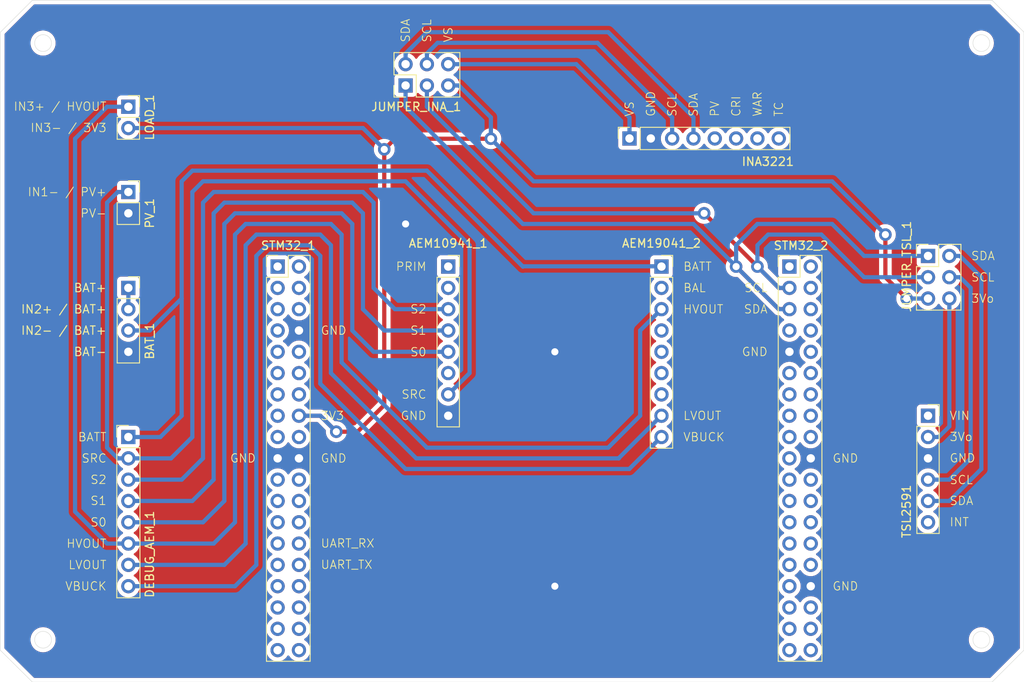
<source format=kicad_pcb>
(kicad_pcb (version 20241229) (generator "pcbnew") (generator_version "9.0")
  (layers (0 "F.Cu" signal) (2 "B.Cu" signal) (13 "F.Paste" user) (15 "B.Paste" user) (5 "F.SilkS" user "F.Silkscreen") (7 "B.SilkS" user "B.Silkscreen") (1 "F.Mask" user) (3 "B.Mask" user) (25 "Edge.Cuts" user))
  (net 0 "")
  (net 4 "/S0")
  (net 5 "/S1")
  (net 6 "/S2")
  (net 18 "/SRC")
  (net 19 "/BATT")
  (net 20 "/BAT+")
  (net 21 "/3V3_INA")
  (net 22 "/SDA_INA")
  (net 23 "/SCL_INA")
  (net 24 "/3V3_TSL")
  (net 25 "/SDA_TSL")
  (net 26 "/SCL_TSL")
  (net 27 "/HVOUT")
  (net 28 "/VBUCK")
  (net 29 "/LVOUT")
  (net 30 "/GND")
  (net 31 "/3V3")
  (net 32 "/SDA")
  (net 33 "/SCL")
  (footprint "Connector_PinSocket_2.54mm:PinSocket_1x04_P2.54mm_Vertical" (layer "F.Cu") (at 39.37 55.88)
    (property "Reference" "BAT_1" (at 2.54 6.35 90) (layer "F.SilkS"))
    (property "Value" "Conn_01x04_Socket")
    (fp_line (start -1.33 1.27) (end -1.33 8.95) (stroke (width 0.12)) (layer "F.SilkS"))
    (fp_line (start -1.33 1.27) (end 1.33 1.27) (stroke (width 0.12)) (layer "F.SilkS"))
    (fp_line (start -1.33 8.95) (end 1.33 8.95) (stroke (width 0.12)) (layer "F.SilkS"))
    (fp_line (start 0 -1.33) (end 1.33 -1.33) (stroke (width 0.12)) (layer "F.SilkS"))
    (fp_line (start 1.33 -1.33) (end 1.33 0) (stroke (width 0.12)) (layer "F.SilkS"))
    (fp_line (start 1.33 1.27) (end 1.33 8.95) (stroke (width 0.12)) (layer "F.SilkS"))
    (pad "1" thru_hole rect (at 0 0) (size 1.7 1.7) (drill 1) (layers "*.Cu" "*.Mask") (net 20 "/BAT+"))
    (pad "2" thru_hole circle (at 0 2.54) (size 1.7 1.7) (drill 1) (layers "*.Cu" "*.Mask") (net 20 "/BAT+"))
    (pad "3" thru_hole circle (at 0 5.08) (size 1.7 1.7) (drill 1) (layers "*.Cu" "*.Mask") (net 19 "/BATT"))
    (pad "4" thru_hole circle (at 0 7.62) (size 1.7 1.7) (drill 1) (layers "*.Cu" "*.Mask") (net 30 "/GND"))
  )
  (footprint "Connector_PinSocket_2.54mm:PinSocket_1x02_P2.54mm_Vertical" (layer "F.Cu") (at 39.37 44.45)
    (property "Reference" "PV_1" (at 2.54 2.54 270) (layer "F.SilkS"))
    (property "Value" "Conn_01x02_Socket")
    (fp_line (start -1.33 1.27) (end -1.33 3.87) (stroke (width 0.12)) (layer "F.SilkS"))
    (fp_line (start -1.33 1.27) (end 1.33 1.27) (stroke (width 0.12)) (layer "F.SilkS"))
    (fp_line (start -1.33 3.87) (end 1.33 3.87) (stroke (width 0.12)) (layer "F.SilkS"))
    (fp_line (start 0 -1.33) (end 1.33 -1.33) (stroke (width 0.12)) (layer "F.SilkS"))
    (fp_line (start 1.33 -1.33) (end 1.33 0) (stroke (width 0.12)) (layer "F.SilkS"))
    (fp_line (start 1.33 1.27) (end 1.33 3.87) (stroke (width 0.12)) (layer "F.SilkS"))
    (pad "1" thru_hole rect (at 0 0) (size 1.7 1.7) (drill 1) (layers "*.Cu" "*.Mask") (net 18 "/SRC"))
    (pad "2" thru_hole circle (at 0 2.54) (size 1.7 1.7) (drill 1) (layers "*.Cu" "*.Mask") (net 30 "/GND"))
  )
  (footprint "Connector_PinHeader_2.54mm:PinHeader_1x08_P2.54mm_Vertical" (layer "F.Cu") (at 39.37 73.66)
    (property "Reference" "DEBUG_AEM_1" (at 2.54 13.97 90) (layer "F.SilkS"))
    (property "Value" "Conn_01x08_Socket")
    (fp_line (start -1.38 -1.38) (end 0 -1.38) (stroke (width 0.12)) (layer "F.SilkS"))
    (fp_line (start -1.38 0) (end -1.38 -1.38) (stroke (width 0.12)) (layer "F.SilkS"))
    (fp_line (start -1.38 1.27) (end -1.38 19.16) (stroke (width 0.12)) (layer "F.SilkS"))
    (fp_line (start -1.38 1.27) (end 1.38 1.27) (stroke (width 0.12)) (layer "F.SilkS"))
    (fp_line (start -1.38 19.16) (end 1.38 19.16) (stroke (width 0.12)) (layer "F.SilkS"))
    (fp_line (start 1.38 1.27) (end 1.38 19.16) (stroke (width 0.12)) (layer "F.SilkS"))
    (pad "1" thru_hole rect (at 0 0) (size 1.7 1.7) (drill 1) (layers "*.Cu" "*.Mask") (net 19 "/BATT"))
    (pad "2" thru_hole circle (at 0 2.54) (size 1.7 1.7) (drill 1) (layers "*.Cu" "*.Mask") (net 18 "/SRC"))
    (pad "3" thru_hole circle (at 0 5.08) (size 1.7 1.7) (drill 1) (layers "*.Cu" "*.Mask") (net 6 "/S2"))
    (pad "4" thru_hole circle (at 0 7.62) (size 1.7 1.7) (drill 1) (layers "*.Cu" "*.Mask") (net 5 "/S1"))
    (pad "5" thru_hole circle (at 0 10.16) (size 1.7 1.7) (drill 1) (layers "*.Cu" "*.Mask") (net 4 "/S0"))
    (pad "6" thru_hole circle (at 0 12.7) (size 1.7 1.7) (drill 1) (layers "*.Cu" "*.Mask") (net 27 "/HVOUT"))
    (pad "7" thru_hole circle (at 0 15.24) (size 1.7 1.7) (drill 1) (layers "*.Cu" "*.Mask") (net 29 "/LVOUT"))
    (pad "8" thru_hole circle (at 0 17.78) (size 1.7 1.7) (drill 1) (layers "*.Cu" "*.Mask") (net 28 "/VBUCK"))
  )
  (footprint "Connector_PinSocket_2.54mm:PinSocket_1x09_P2.54mm_Vertical" (layer "F.Cu") (at 102.87 53.34)
    (property "Reference" "AEM19041_2" (at 0 -2.77 0) (layer "F.SilkS"))
    (property "Value" "Conn_01x09_Socket")
    (fp_line (start -1.33 1.27) (end -1.33 21.65) (stroke (width 0.12)) (layer "F.SilkS"))
    (fp_line (start -1.33 1.27) (end 1.33 1.27) (stroke (width 0.12)) (layer "F.SilkS"))
    (fp_line (start -1.33 21.65) (end 1.33 21.65) (stroke (width 0.12)) (layer "F.SilkS"))
    (fp_line (start 0 -1.33) (end 1.33 -1.33) (stroke (width 0.12)) (layer "F.SilkS"))
    (fp_line (start 1.33 -1.33) (end 1.33 0) (stroke (width 0.12)) (layer "F.SilkS"))
    (fp_line (start 1.33 1.27) (end 1.33 21.65) (stroke (width 0.12)) (layer "F.SilkS"))
    (pad "1" thru_hole rect (at 0 0) (size 1.7 1.7) (drill 1) (layers "*.Cu" "*.Mask") (net 19 "/BATT"))
    (pad "2" thru_hole circle (at 0 2.54) (size 1.7 1.7) (drill 1) (layers "*.Cu" "*.Mask"))
    (pad "3" thru_hole circle (at 0 5.08) (size 1.7 1.7) (drill 1) (layers "*.Cu" "*.Mask") (net 27 "/HVOUT"))
    (pad "4" thru_hole circle (at 0 7.62) (size 1.7 1.7) (drill 1) (layers "*.Cu" "*.Mask"))
    (pad "5" thru_hole circle (at 0 10.16) (size 1.7 1.7) (drill 1) (layers "*.Cu" "*.Mask"))
    (pad "6" thru_hole circle (at 0 12.7) (size 1.7 1.7) (drill 1) (layers "*.Cu" "*.Mask"))
    (pad "7" thru_hole circle (at 0 15.24) (size 1.7 1.7) (drill 1) (layers "*.Cu" "*.Mask"))
    (pad "8" thru_hole circle (at 0 17.78) (size 1.7 1.7) (drill 1) (layers "*.Cu" "*.Mask") (net 29 "/LVOUT"))
    (pad "9" thru_hole circle (at 0 20.32) (size 1.7 1.7) (drill 1) (layers "*.Cu" "*.Mask") (net 28 "/VBUCK"))
  )
  (footprint "Connector_PinSocket_2.54mm:PinSocket_2x19_P2.54mm_Vertical" (layer "F.Cu") (at 118.11 53.34)
    (property "Reference" "STM32_2" (at 1.38 -2.5 0) (layer "F.SilkS"))
    (property "Value" "Conn_02x19_Odd_Even")
    (fp_line (start -1.33 -1.33) (end -1.33 0) (stroke (width 0.12)) (layer "F.SilkS"))
    (fp_line (start -1.33 1.27) (end -1.33 47.05) (stroke (width 0.12)) (layer "F.SilkS"))
    (fp_line (start 0 -1.33) (end -1.33 -1.33) (stroke (width 0.12)) (layer "F.SilkS"))
    (fp_line (start 1.27 -1.33) (end 1.27 1.27) (stroke (width 0.12)) (layer "F.SilkS"))
    (fp_line (start 1.27 1.27) (end -1.33 1.27) (stroke (width 0.12)) (layer "F.SilkS"))
    (fp_line (start 3.87 -1.33) (end 1.27 -1.33) (stroke (width 0.12)) (layer "F.SilkS"))
    (fp_line (start 3.87 -1.33) (end 3.87 47.05) (stroke (width 0.12)) (layer "F.SilkS"))
    (fp_line (start 3.87 47.05) (end -1.33 47.05) (stroke (width 0.12)) (layer "F.SilkS"))
    (pad "1" thru_hole rect (at 0 0) (size 1.7 1.7) (drill 1) (layers "*.Cu" "*.Mask"))
    (pad "2" thru_hole circle (at 2.54 0) (size 1.7 1.7) (drill 1) (layers "*.Cu" "*.Mask"))
    (pad "3" thru_hole circle (at 0 2.54) (size 1.7 1.7) (drill 1) (layers "*.Cu" "*.Mask") (net 33 "/SCL"))
    (pad "4" thru_hole circle (at 2.54 2.54) (size 1.7 1.7) (drill 1) (layers "*.Cu" "*.Mask"))
    (pad "5" thru_hole circle (at 0 5.08) (size 1.7 1.7) (drill 1) (layers "*.Cu" "*.Mask") (net 32 "/SDA"))
    (pad "6" thru_hole circle (at 2.54 5.08) (size 1.7 1.7) (drill 1) (layers "*.Cu" "*.Mask"))
    (pad "7" thru_hole circle (at 0 7.62) (size 1.7 1.7) (drill 1) (layers "*.Cu" "*.Mask"))
    (pad "8" thru_hole circle (at 2.54 7.62) (size 1.7 1.7) (drill 1) (layers "*.Cu" "*.Mask"))
    (pad "9" thru_hole circle (at 0 10.16) (size 1.7 1.7) (drill 1) (layers "*.Cu" "*.Mask") (net 30 "/GND"))
    (pad "10" thru_hole circle (at 2.54 10.16) (size 1.7 1.7) (drill 1) (layers "*.Cu" "*.Mask"))
    (pad "11" thru_hole circle (at 0 12.7) (size 1.7 1.7) (drill 1) (layers "*.Cu" "*.Mask"))
    (pad "12" thru_hole circle (at 2.54 12.7) (size 1.7 1.7) (drill 1) (layers "*.Cu" "*.Mask"))
    (pad "13" thru_hole circle (at 0 15.24) (size 1.7 1.7) (drill 1) (layers "*.Cu" "*.Mask"))
    (pad "14" thru_hole circle (at 2.54 15.24) (size 1.7 1.7) (drill 1) (layers "*.Cu" "*.Mask"))
    (pad "15" thru_hole circle (at 0 17.78) (size 1.7 1.7) (drill 1) (layers "*.Cu" "*.Mask"))
    (pad "16" thru_hole circle (at 2.54 17.78) (size 1.7 1.7) (drill 1) (layers "*.Cu" "*.Mask"))
    (pad "17" thru_hole circle (at 0 20.32) (size 1.7 1.7) (drill 1) (layers "*.Cu" "*.Mask"))
    (pad "18" thru_hole circle (at 2.54 20.32) (size 1.7 1.7) (drill 1) (layers "*.Cu" "*.Mask"))
    (pad "19" thru_hole circle (at 0 22.86) (size 1.7 1.7) (drill 1) (layers "*.Cu" "*.Mask"))
    (pad "20" thru_hole circle (at 2.54 22.86) (size 1.7 1.7) (drill 1) (layers "*.Cu" "*.Mask") (net 30 "/GND"))
    (pad "21" thru_hole circle (at 0 25.4) (size 1.7 1.7) (drill 1) (layers "*.Cu" "*.Mask"))
    (pad "22" thru_hole circle (at 2.54 25.4) (size 1.7 1.7) (drill 1) (layers "*.Cu" "*.Mask"))
    (pad "23" thru_hole circle (at 0 27.94) (size 1.7 1.7) (drill 1) (layers "*.Cu" "*.Mask"))
    (pad "24" thru_hole circle (at 2.54 27.94) (size 1.7 1.7) (drill 1) (layers "*.Cu" "*.Mask"))
    (pad "25" thru_hole circle (at 0 30.48) (size 1.7 1.7) (drill 1) (layers "*.Cu" "*.Mask"))
    (pad "26" thru_hole circle (at 2.54 30.48) (size 1.7 1.7) (drill 1) (layers "*.Cu" "*.Mask"))
    (pad "27" thru_hole circle (at 0 33.02) (size 1.7 1.7) (drill 1) (layers "*.Cu" "*.Mask"))
    (pad "28" thru_hole circle (at 2.54 33.02) (size 1.7 1.7) (drill 1) (layers "*.Cu" "*.Mask"))
    (pad "29" thru_hole circle (at 0 35.56) (size 1.7 1.7) (drill 1) (layers "*.Cu" "*.Mask"))
    (pad "30" thru_hole circle (at 2.54 35.56) (size 1.7 1.7) (drill 1) (layers "*.Cu" "*.Mask"))
    (pad "31" thru_hole circle (at 0 38.1) (size 1.7 1.7) (drill 1) (layers "*.Cu" "*.Mask"))
    (pad "32" thru_hole circle (at 2.54 38.1) (size 1.7 1.7) (drill 1) (layers "*.Cu" "*.Mask") (net 30 "/GND"))
    (pad "33" thru_hole circle (at 0 40.64) (size 1.7 1.7) (drill 1) (layers "*.Cu" "*.Mask"))
    (pad "34" thru_hole circle (at 2.54 40.64) (size 1.7 1.7) (drill 1) (layers "*.Cu" "*.Mask"))
    (pad "35" thru_hole circle (at 0 43.18) (size 1.7 1.7) (drill 1) (layers "*.Cu" "*.Mask"))
    (pad "36" thru_hole circle (at 2.54 43.18) (size 1.7 1.7) (drill 1) (layers "*.Cu" "*.Mask"))
    (pad "37" thru_hole circle (at 0 45.72) (size 1.7 1.7) (drill 1) (layers "*.Cu" "*.Mask"))
    (pad "38" thru_hole circle (at 2.54 45.72) (size 1.7 1.7) (drill 1) (layers "*.Cu" "*.Mask"))
  )
  (footprint "Connector_PinSocket_2.54mm:PinSocket_1x06_P2.54mm_Vertical" (layer "F.Cu") (at 134.62 71.12)
    (property "Reference" "TSL2591" (at -2.565 11.405 90) (layer "F.SilkS"))
    (property "Value" "Conn_01x06_Socket")
    (fp_line (start -1.33 1.27) (end -1.33 14.03) (stroke (width 0.12)) (layer "F.SilkS"))
    (fp_line (start -1.33 1.27) (end 1.33 1.27) (stroke (width 0.12)) (layer "F.SilkS"))
    (fp_line (start -1.33 14.03) (end 1.33 14.03) (stroke (width 0.12)) (layer "F.SilkS"))
    (fp_line (start 0 -1.33) (end 1.33 -1.33) (stroke (width 0.12)) (layer "F.SilkS"))
    (fp_line (start 1.33 -1.33) (end 1.33 0) (stroke (width 0.12)) (layer "F.SilkS"))
    (fp_line (start 1.33 1.27) (end 1.33 14.03) (stroke (width 0.12)) (layer "F.SilkS"))
    (pad "1" thru_hole rect (at 0 0) (size 1.7 1.7) (drill 1) (layers "*.Cu" "*.Mask"))
    (pad "2" thru_hole circle (at 0 2.54) (size 1.7 1.7) (drill 1) (layers "*.Cu" "*.Mask") (net 24 "/3V3_TSL"))
    (pad "3" thru_hole circle (at 0 5.08) (size 1.7 1.7) (drill 1) (layers "*.Cu" "*.Mask") (net 30 "/GND"))
    (pad "4" thru_hole circle (at 0 7.62) (size 1.7 1.7) (drill 1) (layers "*.Cu" "*.Mask") (net 26 "/SCL_TSL"))
    (pad "5" thru_hole circle (at 0 10.16) (size 1.7 1.7) (drill 1) (layers "*.Cu" "*.Mask") (net 25 "/SDA_TSL"))
    (pad "6" thru_hole circle (at 0 12.7) (size 1.7 1.7) (drill 1) (layers "*.Cu" "*.Mask"))
  )
  (footprint "Connector_PinHeader_2.54mm:PinHeader_2x03_P2.54mm_Vertical" (layer "F.Cu") (at 134.62 52.07)
    (property "Reference" "JUMPER_TSL_1" (at -2.54 1.27 270) (layer "F.SilkS"))
    (property "Value" "Conn_02x03_Odd_Even")
    (fp_line (start -1.38 -1.38) (end 0 -1.38) (stroke (width 0.12)) (layer "F.SilkS"))
    (fp_line (start -1.38 0) (end -1.38 -1.38) (stroke (width 0.12)) (layer "F.SilkS"))
    (fp_line (start -1.38 1.27) (end -1.38 6.46) (stroke (width 0.12)) (layer "F.SilkS"))
    (fp_line (start -1.38 1.27) (end 1.27 1.27) (stroke (width 0.12)) (layer "F.SilkS"))
    (fp_line (start -1.38 6.46) (end 3.92 6.46) (stroke (width 0.12)) (layer "F.SilkS"))
    (fp_line (start 1.27 -1.38) (end 3.92 -1.38) (stroke (width 0.12)) (layer "F.SilkS"))
    (fp_line (start 1.27 1.27) (end 1.27 -1.38) (stroke (width 0.12)) (layer "F.SilkS"))
    (fp_line (start 3.92 -1.38) (end 3.92 6.46) (stroke (width 0.12)) (layer "F.SilkS"))
    (pad "1" thru_hole rect (at 0 0) (size 1.7 1.7) (drill 1) (layers "*.Cu" "*.Mask") (net 32 "/SDA"))
    (pad "2" thru_hole circle (at 2.54 0) (size 1.7 1.7) (drill 1) (layers "*.Cu" "*.Mask") (net 25 "/SDA_TSL"))
    (pad "3" thru_hole circle (at 0 2.54) (size 1.7 1.7) (drill 1) (layers "*.Cu" "*.Mask") (net 33 "/SCL"))
    (pad "4" thru_hole circle (at 2.54 2.54) (size 1.7 1.7) (drill 1) (layers "*.Cu" "*.Mask") (net 26 "/SCL_TSL"))
    (pad "5" thru_hole circle (at 0 5.08) (size 1.7 1.7) (drill 1) (layers "*.Cu" "*.Mask") (net 31 "/3V3"))
    (pad "6" thru_hole circle (at 2.54 5.08) (size 1.7 1.7) (drill 1) (layers "*.Cu" "*.Mask") (net 24 "/3V3_TSL"))
  )
  (footprint "Connector_PinSocket_2.54mm:PinSocket_1x08_P2.54mm_Vertical" (layer "F.Cu") (at 77.47 53.34)
    (property "Reference" "AEM10941_1" (at 0 -2.77 0) (layer "F.SilkS"))
    (property "Value" "Conn_01x08_Socket")
    (fp_line (start -1.33 1.27) (end -1.33 19.11) (stroke (width 0.12)) (layer "F.SilkS"))
    (fp_line (start -1.33 1.27) (end 1.33 1.27) (stroke (width 0.12)) (layer "F.SilkS"))
    (fp_line (start -1.33 19.11) (end 1.33 19.11) (stroke (width 0.12)) (layer "F.SilkS"))
    (fp_line (start 0 -1.33) (end 1.33 -1.33) (stroke (width 0.12)) (layer "F.SilkS"))
    (fp_line (start 1.33 -1.33) (end 1.33 0) (stroke (width 0.12)) (layer "F.SilkS"))
    (fp_line (start 1.33 1.27) (end 1.33 19.11) (stroke (width 0.12)) (layer "F.SilkS"))
    (pad "1" thru_hole rect (at 0 0) (size 1.7 1.7) (drill 1) (layers "*.Cu" "*.Mask"))
    (pad "2" thru_hole circle (at 0 2.54) (size 1.7 1.7) (drill 1) (layers "*.Cu" "*.Mask"))
    (pad "3" thru_hole circle (at 0 5.08) (size 1.7 1.7) (drill 1) (layers "*.Cu" "*.Mask") (net 6 "/S2"))
    (pad "4" thru_hole circle (at 0 7.62) (size 1.7 1.7) (drill 1) (layers "*.Cu" "*.Mask") (net 5 "/S1"))
    (pad "5" thru_hole circle (at 0 10.16) (size 1.7 1.7) (drill 1) (layers "*.Cu" "*.Mask") (net 4 "/S0"))
    (pad "6" thru_hole circle (at 0 12.7) (size 1.7 1.7) (drill 1) (layers "*.Cu" "*.Mask"))
    (pad "7" thru_hole circle (at 0 15.24) (size 1.7 1.7) (drill 1) (layers "*.Cu" "*.Mask") (net 18 "/SRC"))
    (pad "8" thru_hole circle (at 0 17.78) (size 1.7 1.7) (drill 1) (layers "*.Cu" "*.Mask") (net 30 "/GND"))
  )
  (footprint "Connector_PinSocket_2.54mm:PinSocket_2x19_P2.54mm_Vertical" (layer "F.Cu") (at 57.15 53.34)
    (property "Reference" "STM32_1" (at 1.27 -2.5 0) (layer "F.SilkS"))
    (property "Value" "Conn_02x19_Odd_Even")
    (fp_line (start -1.33 -1.33) (end -1.33 0) (stroke (width 0.12)) (layer "F.SilkS"))
    (fp_line (start -1.33 1.27) (end -1.33 47.05) (stroke (width 0.12)) (layer "F.SilkS"))
    (fp_line (start 0 -1.33) (end -1.33 -1.33) (stroke (width 0.12)) (layer "F.SilkS"))
    (fp_line (start 1.27 -1.33) (end 1.27 1.27) (stroke (width 0.12)) (layer "F.SilkS"))
    (fp_line (start 1.27 1.27) (end -1.33 1.27) (stroke (width 0.12)) (layer "F.SilkS"))
    (fp_line (start 3.87 -1.33) (end 1.27 -1.33) (stroke (width 0.12)) (layer "F.SilkS"))
    (fp_line (start 3.87 -1.33) (end 3.87 47.05) (stroke (width 0.12)) (layer "F.SilkS"))
    (fp_line (start 3.87 47.05) (end -1.33 47.05) (stroke (width 0.12)) (layer "F.SilkS"))
    (pad "1" thru_hole rect (at 0 0) (size 1.7 1.7) (drill 1) (layers "*.Cu" "*.Mask"))
    (pad "2" thru_hole circle (at 2.54 0) (size 1.7 1.7) (drill 1) (layers "*.Cu" "*.Mask"))
    (pad "3" thru_hole circle (at 0 2.54) (size 1.7 1.7) (drill 1) (layers "*.Cu" "*.Mask"))
    (pad "4" thru_hole circle (at 2.54 2.54) (size 1.7 1.7) (drill 1) (layers "*.Cu" "*.Mask"))
    (pad "5" thru_hole circle (at 0 5.08) (size 1.7 1.7) (drill 1) (layers "*.Cu" "*.Mask"))
    (pad "6" thru_hole circle (at 2.54 5.08) (size 1.7 1.7) (drill 1) (layers "*.Cu" "*.Mask"))
    (pad "7" thru_hole circle (at 0 7.62) (size 1.7 1.7) (drill 1) (layers "*.Cu" "*.Mask"))
    (pad "8" thru_hole circle (at 2.54 7.62) (size 1.7 1.7) (drill 1) (layers "*.Cu" "*.Mask") (net 30 "/GND"))
    (pad "9" thru_hole circle (at 0 10.16) (size 1.7 1.7) (drill 1) (layers "*.Cu" "*.Mask"))
    (pad "10" thru_hole circle (at 2.54 10.16) (size 1.7 1.7) (drill 1) (layers "*.Cu" "*.Mask"))
    (pad "11" thru_hole circle (at 0 12.7) (size 1.7 1.7) (drill 1) (layers "*.Cu" "*.Mask"))
    (pad "12" thru_hole circle (at 2.54 12.7) (size 1.7 1.7) (drill 1) (layers "*.Cu" "*.Mask"))
    (pad "13" thru_hole circle (at 0 15.24) (size 1.7 1.7) (drill 1) (layers "*.Cu" "*.Mask"))
    (pad "14" thru_hole circle (at 2.54 15.24) (size 1.7 1.7) (drill 1) (layers "*.Cu" "*.Mask"))
    (pad "15" thru_hole circle (at 0 17.78) (size 1.7 1.7) (drill 1) (layers "*.Cu" "*.Mask"))
    (pad "16" thru_hole circle (at 2.54 17.78) (size 1.7 1.7) (drill 1) (layers "*.Cu" "*.Mask") (net 31 "/3V3"))
    (pad "17" thru_hole circle (at 0 20.32) (size 1.7 1.7) (drill 1) (layers "*.Cu" "*.Mask"))
    (pad "18" thru_hole circle (at 2.54 20.32) (size 1.7 1.7) (drill 1) (layers "*.Cu" "*.Mask"))
    (pad "19" thru_hole circle (at 0 22.86) (size 1.7 1.7) (drill 1) (layers "*.Cu" "*.Mask") (net 30 "/GND"))
    (pad "20" thru_hole circle (at 2.54 22.86) (size 1.7 1.7) (drill 1) (layers "*.Cu" "*.Mask") (net 30 "/GND"))
    (pad "21" thru_hole circle (at 0 25.4) (size 1.7 1.7) (drill 1) (layers "*.Cu" "*.Mask"))
    (pad "22" thru_hole circle (at 2.54 25.4) (size 1.7 1.7) (drill 1) (layers "*.Cu" "*.Mask"))
    (pad "23" thru_hole circle (at 0 27.94) (size 1.7 1.7) (drill 1) (layers "*.Cu" "*.Mask"))
    (pad "24" thru_hole circle (at 2.54 27.94) (size 1.7 1.7) (drill 1) (layers "*.Cu" "*.Mask"))
    (pad "25" thru_hole circle (at 0 30.48) (size 1.7 1.7) (drill 1) (layers "*.Cu" "*.Mask"))
    (pad "26" thru_hole circle (at 2.54 30.48) (size 1.7 1.7) (drill 1) (layers "*.Cu" "*.Mask"))
    (pad "27" thru_hole circle (at 0 33.02) (size 1.7 1.7) (drill 1) (layers "*.Cu" "*.Mask"))
    (pad "28" thru_hole circle (at 2.54 33.02) (size 1.7 1.7) (drill 1) (layers "*.Cu" "*.Mask"))
    (pad "29" thru_hole circle (at 0 35.56) (size 1.7 1.7) (drill 1) (layers "*.Cu" "*.Mask"))
    (pad "30" thru_hole circle (at 2.54 35.56) (size 1.7 1.7) (drill 1) (layers "*.Cu" "*.Mask"))
    (pad "31" thru_hole circle (at 0 38.1) (size 1.7 1.7) (drill 1) (layers "*.Cu" "*.Mask"))
    (pad "32" thru_hole circle (at 2.54 38.1) (size 1.7 1.7) (drill 1) (layers "*.Cu" "*.Mask"))
    (pad "33" thru_hole circle (at 0 40.64) (size 1.7 1.7) (drill 1) (layers "*.Cu" "*.Mask"))
    (pad "34" thru_hole circle (at 2.54 40.64) (size 1.7 1.7) (drill 1) (layers "*.Cu" "*.Mask"))
    (pad "35" thru_hole circle (at 0 43.18) (size 1.7 1.7) (drill 1) (layers "*.Cu" "*.Mask"))
    (pad "36" thru_hole circle (at 2.54 43.18) (size 1.7 1.7) (drill 1) (layers "*.Cu" "*.Mask"))
    (pad "37" thru_hole circle (at 0 45.72) (size 1.7 1.7) (drill 1) (layers "*.Cu" "*.Mask"))
    (pad "38" thru_hole circle (at 2.54 45.72) (size 1.7 1.7) (drill 1) (layers "*.Cu" "*.Mask"))
  )
  (footprint "Connector_PinHeader_2.54mm:PinHeader_2x03_P2.54mm_Vertical" (layer "F.Cu") (at 72.39 31.755 90)
    (property "Reference" "JUMPER_INA_1" (at -2.54 1.27 0) (layer "F.SilkS"))
    (property "Value" "Conn_02x03_Odd_Even")
    (fp_line (start 3.92 -1.38) (end 3.92 6.46) (stroke (width 0.12)) (layer "F.SilkS"))
    (fp_line (start 1.27 -1.38) (end 3.92 -1.38) (stroke (width 0.12)) (layer "F.SilkS"))
    (fp_line (start -1.38 -1.38) (end 0 -1.38) (stroke (width 0.12)) (layer "F.SilkS"))
    (fp_line (start -1.38 0) (end -1.38 -1.38) (stroke (width 0.12)) (layer "F.SilkS"))
    (fp_line (start 1.27 1.27) (end 1.27 -1.38) (stroke (width 0.12)) (layer "F.SilkS"))
    (fp_line (start -1.38 1.27) (end 1.27 1.27) (stroke (width 0.12)) (layer "F.SilkS"))
    (fp_line (start -1.38 1.27) (end -1.38 6.46) (stroke (width 0.12)) (layer "F.SilkS"))
    (fp_line (start -1.38 6.46) (end 3.92 6.46) (stroke (width 0.12)) (layer "F.SilkS"))
    (pad "1" thru_hole rect (at 0 0 90) (size 1.7 1.7) (drill 1) (layers "*.Cu" "*.Mask") (net 32 "/SDA"))
    (pad "2" thru_hole circle (at 2.54 0 90) (size 1.7 1.7) (drill 1) (layers "*.Cu" "*.Mask") (net 22 "/SDA_INA"))
    (pad "3" thru_hole circle (at 0 2.54 90) (size 1.7 1.7) (drill 1) (layers "*.Cu" "*.Mask") (net 33 "/SCL"))
    (pad "4" thru_hole circle (at 2.54 2.54 90) (size 1.7 1.7) (drill 1) (layers "*.Cu" "*.Mask") (net 23 "/SCL_INA"))
    (pad "5" thru_hole circle (at 0 5.08 90) (size 1.7 1.7) (drill 1) (layers "*.Cu" "*.Mask") (net 31 "/3V3"))
    (pad "6" thru_hole circle (at 2.54 5.08 90) (size 1.7 1.7) (drill 1) (layers "*.Cu" "*.Mask") (net 21 "/3V3_INA"))
  )
  (footprint "Connector_PinSocket_2.54mm:PinSocket_1x08_P2.54mm_Vertical" (layer "F.Cu") (at 99.06 38.07 90)
    (property "Reference" "INA3221" (at -2.75816 16.485 180) (layer "F.SilkS"))
    (property "Value" "Conn_01x08_Socket")
    (fp_line (start 1.33 -1.33) (end 1.33 0) (stroke (width 0.12)) (layer "F.SilkS"))
    (fp_line (start 0 -1.33) (end 1.33 -1.33) (stroke (width 0.12)) (layer "F.SilkS"))
    (fp_line (start 1.33 1.27) (end 1.33 19.11) (stroke (width 0.12)) (layer "F.SilkS"))
    (fp_line (start -1.33 1.27) (end 1.33 1.27) (stroke (width 0.12)) (layer "F.SilkS"))
    (fp_line (start -1.33 1.27) (end -1.33 19.11) (stroke (width 0.12)) (layer "F.SilkS"))
    (fp_line (start -1.33 19.11) (end 1.33 19.11) (stroke (width 0.12)) (layer "F.SilkS"))
    (pad "1" thru_hole rect (at 0 0 90) (size 1.7 1.7) (drill 1) (layers "*.Cu" "*.Mask") (net 21 "/3V3_INA"))
    (pad "2" thru_hole circle (at 0 2.54 90) (size 1.7 1.7) (drill 1) (layers "*.Cu" "*.Mask") (net 30 "/GND"))
    (pad "3" thru_hole circle (at 0 5.08 90) (size 1.7 1.7) (drill 1) (layers "*.Cu" "*.Mask") (net 23 "/SCL_INA"))
    (pad "4" thru_hole circle (at 0 7.62 90) (size 1.7 1.7) (drill 1) (layers "*.Cu" "*.Mask") (net 22 "/SDA_INA"))
    (pad "5" thru_hole circle (at 0 10.16 90) (size 1.7 1.7) (drill 1) (layers "*.Cu" "*.Mask"))
    (pad "6" thru_hole circle (at 0 12.7 90) (size 1.7 1.7) (drill 1) (layers "*.Cu" "*.Mask"))
    (pad "7" thru_hole circle (at 0 15.24 90) (size 1.7 1.7) (drill 1) (layers "*.Cu" "*.Mask"))
    (pad "8" thru_hole circle (at 0 17.78 90) (size 1.7 1.7) (drill 1) (layers "*.Cu" "*.Mask"))
  )
  (footprint "Connector_PinSocket_2.54mm:PinSocket_1x02_P2.54mm_Vertical" (layer "F.Cu") (at 39.37 34.29)
    (property "Reference" "LOAD_1" (at 2.54 1.27 270) (layer "F.SilkS"))
    (property "Value" "Conn_01x02_Socket")
    (fp_line (start -1.33 1.27) (end -1.33 3.87) (stroke (width 0.12)) (layer "F.SilkS"))
    (fp_line (start -1.33 1.27) (end 1.33 1.27) (stroke (width 0.12)) (layer "F.SilkS"))
    (fp_line (start -1.33 3.87) (end 1.33 3.87) (stroke (width 0.12)) (layer "F.SilkS"))
    (fp_line (start 0 -1.33) (end 1.33 -1.33) (stroke (width 0.12)) (layer "F.SilkS"))
    (fp_line (start 1.33 -1.33) (end 1.33 0) (stroke (width 0.12)) (layer "F.SilkS"))
    (fp_line (start 1.33 1.27) (end 1.33 3.87) (stroke (width 0.12)) (layer "F.SilkS"))
    (pad "1" thru_hole rect (at 0 0) (size 1.7 1.7) (drill 1) (layers "*.Cu" "*.Mask") (net 27 "/HVOUT"))
    (pad "2" thru_hole circle (at 0 2.54) (size 1.7 1.7) (drill 1) (layers "*.Cu" "*.Mask") (net 31 "/3V3"))
  )
  (gr_circle (center 29.21 26.7) (end 30.21 26.7) (stroke (width 0.05)) (fill no) (layer "Edge.Cuts"))
  (gr_circle (center 140.97 97.82) (end 141.97 97.82) (stroke (width 0.05)) (fill no) (layer "Edge.Cuts"))
  (gr_poly (pts (xy 24.13 25.4) (xy 24.105 99.06) (xy 27.94 102.87) (xy 142.24 102.87) (xy 146.05 99.06) (xy 146.05 25.4) (xy 142.24 21.59) (xy 27.94 21.59)) (stroke (width 0.05)) (fill no) (layer "Edge.Cuts"))
  (gr_circle (center 140.97 26.7) (end 141.97 26.7) (stroke (width 0.05)) (fill no) (layer "Edge.Cuts"))
  (gr_circle (center 29.21 97.82) (end 30.21 97.82) (stroke (width 0.05)) (fill no) (layer "Edge.Cuts"))
  (gr_text "INT" (at 137.135 83.795 0) (layer "F.SilkS") (effects (font (size 1 1) (thickness 0.1)) (justify left)))
  (gr_text "S2" (at 36.83 78.74 0) (layer "F.SilkS") (effects (font (size 1 1) (thickness 0.1)) (justify right)))
  (gr_text "SCL" (at 104.14 35.53 90) (layer "F.SilkS") (effects (font (size 1 1) (thickness 0.1)) (justify left)))
  (gr_text "HVOUT" (at 36.83 86.36 0) (layer "F.SilkS") (effects (font (size 1 1) (thickness 0.1)) (justify right)))
  (gr_text "S0" (at 74.93 63.53 0) (layer "F.SilkS") (effects (font (size 1 1) (thickness 0.1)) (justify right)))
  (gr_text "TC" (at 116.84 35.53 90) (layer "F.SilkS") (effects (font (size 1 1) (thickness 0.1)) (justify left)))
  (gr_text "IN2+ / BAT+" (at 36.83 58.42 0) (layer "F.SilkS") (effects (font (size 1 1) (thickness 0.125)) (justify right)))
  (gr_text "IN3- / 3V3" (at 36.83 36.8 0) (layer "F.SilkS") (effects (font (size 1 1) (thickness 0.1)) (justify right)))
  (gr_text "BATT" (at 36.83 73.66 0) (layer "F.SilkS") (effects (font (size 1 1) (thickness 0.1)) (justify right)))
  (gr_text "BAT-" (at 36.83 63.5 0) (layer "F.SilkS") (effects (font (size 1 1) (thickness 0.125)) (justify right)))
  (gr_text "VS" (at 99.06 35.53 90) (layer "F.SilkS") (effects (font (size 1 1) (thickness 0.1)) (justify left)))
  (gr_text "GND" (at 101.6 35.53 90) (layer "F.SilkS") (effects (font (size 1 1) (thickness 0.1)) (justify left)))
  (gr_text "SDA" (at 106.68 35.53 90) (layer "F.SilkS") (effects (font (size 1 1) (thickness 0.1)) (justify left)))
  (gr_text "BAT+" (at 36.83 55.88 0) (layer "F.SilkS") (effects (font (size 1 1) (thickness 0.125)) (justify right)))
  (gr_text "GND" (at 54.61 76.19 0) (layer "F.SilkS") (effects (font (size 1 1) (thickness 0.1)) (justify right)))
  (gr_text "S0" (at 36.83 83.82 0) (layer "F.SilkS") (effects (font (size 1 1) (thickness 0.1)) (justify right)))
  (gr_text "SRC" (at 36.83 76.2 0) (layer "F.SilkS") (effects (font (size 1 1) (thickness 0.1)) (justify right)))
  (gr_text "IN3+ / HVOUT" (at 36.83 34.26 0) (layer "F.SilkS") (effects (font (size 1 1) (thickness 0.1)) (justify right)))
  (gr_text "VBUCK" (at 105.41 73.66 0) (layer "F.SilkS") (effects (font (size 1 1) (thickness 0.1)) (justify left)))
  (gr_text "S1" (at 74.93 60.96 0) (layer "F.SilkS") (effects (font (size 1 1) (thickness 0.1)) (justify right)))
  (gr_text "VIN" (at 137.135 71.12 0) (layer "F.SilkS") (effects (font (size 1 1) (thickness 0.1)) (justify left)))
  (gr_text "SDA" (at 72.39 26.67 90) (layer "F.SilkS") (effects (font (size 1 1) (thickness 0.1)) (justify left)))
  (gr_text "GND" (at 74.93 71.12 0) (layer "F.SilkS") (effects (font (size 1 1) (thickness 0.1)) (justify right)))
  (gr_text "VBUCK" (at 36.83 91.44 0) (layer "F.SilkS") (effects (font (size 1 1) (thickness 0.1)) (justify right)))
  (gr_text "IN2- / BAT+" (at 36.83 60.96 0) (layer "F.SilkS") (effects (font (size 1 1) (thickness 0.125)) (justify right)))
  (gr_text "GND" (at 62.23 76.2 0) (layer "F.SilkS") (effects (font (size 1 1) (thickness 0.1)) (justify left)))
  (gr_text "S1" (at 36.83 81.25 0) (layer "F.SilkS") (effects (font (size 1 1) (thickness 0.1)) (justify right)))
  (gr_text "BAL" (at 105.41 55.88 0) (layer "F.SilkS") (effects (font (size 1 1) (thickness 0.1)) (justify left)))
  (gr_text "SCL" (at 115.57 55.88 0) (layer "F.SilkS") (effects (font (size 1 1) (thickness 0.1)) (justify right)))
  (gr_text "GND" (at 137.135 76.175 0) (layer "F.SilkS") (effects (font (size 1 1) (thickness 0.1)) (justify left)))
  (gr_text "3Vo" (at 139.7 57.15 0) (layer "F.SilkS") (effects (font (size 1 1) (thickness 0.1)) (justify left)))
  (gr_text "SDA" (at 115.57 58.42 0) (layer "F.SilkS") (effects (font (size 1 1) (thickness 0.1)) (justify right)))
  (gr_text "UART_TX" (at 62.23 88.87 0) (layer "F.SilkS") (effects (font (size 1 1) (thickness 0.1)) (justify left)))
  (gr_text "SDA" (at 139.7 52.07 0) (layer "F.SilkS") (effects (font (size 1 1) (thickness 0.1)) (justify left)))
  (gr_text "GND" (at 62.23 60.96 0) (layer "F.SilkS") (effects (font (size 1 1) (thickness 0.1)) (justify left)))
  (gr_text "GND" (at 123.19 91.44 0) (layer "F.SilkS") (effects (font (size 1 1) (thickness 0.1)) (justify left)))
  (gr_text "3V3" (at 62.23 71.12 0) (layer "F.SilkS") (effects (font (size 1 1) (thickness 0.1)) (justify left)))
  (gr_text "SCL" (at 137.135 78.77 0) (layer "F.SilkS") (effects (font (size 1 1) (thickness 0.1)) (justify left)))
  (gr_text "PV" (at 109.22 35.53 90) (layer "F.SilkS") (effects (font (size 1 1) (thickness 0.1)) (justify left)))
  (gr_text "LVOUT" (at 105.41 71.12 0) (layer "F.SilkS") (effects (font (size 1 1) (thickness 0.1)) (justify left)))
  (gr_text "UART_RX" (at 62.23 86.33 0) (layer "F.SilkS") (effects (font (size 1 1) (thickness 0.1)) (justify left)))
  (gr_text "SRC" (at 74.93 68.58 0) (layer "F.SilkS") (effects (font (size 1 1) (thickness 0.1)) (justify right)))
  (gr_text "HVOUT" (at 105.41 58.42 0) (layer "F.SilkS") (effects (font (size 1 1) (thickness 0.1)) (justify left)))
  (gr_text "VS" (at 77.47 26.67 90) (layer "F.SilkS") (effects (font (size 1 1) (thickness 0.1)) (justify left)))
  (gr_text "GND" (at 123.19 76.2 0) (layer "F.SilkS") (effects (font (size 1 1) (thickness 0.1)) (justify left)))
  (gr_text "CRI" (at 111.76 35.53 90) (layer "F.SilkS") (effects (font (size 1 1) (thickness 0.1)) (justify left)))
  (gr_text "3Vo" (at 137.135 73.635 0) (layer "F.SilkS") (effects (font (size 1 1) (thickness 0.1)) (justify left)))
  (gr_text "BATT" (at 105.41 53.34 0) (layer "F.SilkS") (effects (font (size 1 1) (thickness 0.1)) (justify left)))
  (gr_text "LVOUT" (at 36.83 88.9 0) (layer "F.SilkS") (effects (font (size 1 1) (thickness 0.1)) (justify right)))
  (gr_text "WAR" (at 114.3 35.53 90) (layer "F.SilkS") (effects (font (size 1 1) (thickness 0.1)) (justify left)))
  (gr_text "SCL" (at 74.93 26.675 90) (layer "F.SilkS") (effects (font (size 1 1) (thickness 0.1)) (justify left)))
  (gr_text "S2" (at 74.93 58.42 0) (layer "F.SilkS") (effects (font (size 1 1) (thickness 0.1)) (justify right)))
  (gr_text "PV-" (at 36.83 46.99 0) (layer "F.SilkS") (effects (font (size 1 1) (thickness 0.1)) (justify right)))
  (gr_text "IN1- / PV+" (at 36.83 44.45 0) (layer "F.SilkS") (effects (font (size 1 1) (thickness 0.1)) (justify right)))
  (gr_text "SDA" (at 137.135 81.255 0) (layer "F.SilkS") (effects (font (size 1 1) (thickness 0.1)) (justify left)))
  (gr_text "GND" (at 115.57 63.5 0) (layer "F.SilkS") (effects (font (size 1 1) (thickness 0.1)) (justify right)))
  (gr_text "SCL" (at 139.7 54.61 0) (layer "F.SilkS") (effects (font (size 1 1) (thickness 0.1)) (justify left)))
  (gr_text "PRIM" (at 74.93 53.34 0) (layer "F.SilkS") (effects (font (size 1 1) (thickness 0.1)) (justify right)))
  (segment (start 64.77 46.99) (end 66.04 48.26) (width 0.5) (layer "B.Cu") (net 4))
  (segment (start 77.44 63.5) (end 77.47 63.47) (width 0.5) (layer "B.Cu") (net 4))
  (segment (start 48.26 83.82) (end 50.8 81.28) (width 0.5) (layer "B.Cu") (net 4))
  (segment (start 66.04 48.26) (end 66.04 60.96) (width 0.5) (layer "B.Cu") (net 4))
  (segment (start 50.8 81.28) (end 50.8 48.26) (width 0.5) (layer "B.Cu") (net 4))
  (segment (start 68.58 63.5) (end 77.44 63.5) (width 0.5) (layer "B.Cu") (net 4))
  (segment (start 50.8 48.26) (end 52.07 46.99) (width 0.5) (layer "B.Cu") (net 4))
  (segment (start 52.07 46.99) (end 64.77 46.99) (width 0.5) (layer "B.Cu") (net 4))
  (segment (start 39.37 83.82) (end 48.26 83.82) (width 0.5) (layer "B.Cu") (net 4))
  (segment (start 66.04 60.96) (end 68.58 63.5) (width 0.5) (layer "B.Cu") (net 4))
  (segment (start 77.47 60.93) (end 77.44 60.96) (width 0.5) (layer "B.Cu") (net 5))
  (segment (start 67.31 58.42) (end 67.31 46.99) (width 0.5) (layer "B.Cu") (net 5))
  (segment (start 50.8 45.72) (end 49.53 46.99) (width 0.5) (layer "B.Cu") (net 5))
  (segment (start 49.53 78.74) (end 46.99 81.28) (width 0.5) (layer "B.Cu") (net 5))
  (segment (start 69.85 60.96) (end 67.31 58.42) (width 0.5) (layer "B.Cu") (net 5))
  (segment (start 49.53 46.99) (end 49.53 78.74) (width 0.5) (layer "B.Cu") (net 5))
  (segment (start 46.99 81.28) (end 39.37 81.28) (width 0.5) (layer "B.Cu") (net 5))
  (segment (start 77.44 60.96) (end 69.85 60.96) (width 0.5) (layer "B.Cu") (net 5))
  (segment (start 67.31 46.99) (end 66.04 45.72) (width 0.5) (layer "B.Cu") (net 5))
  (segment (start 66.04 45.72) (end 50.8 45.72) (width 0.5) (layer "B.Cu") (net 5))
  (segment (start 48.26 76.2) (end 48.26 45.72) (width 0.5) (layer "B.Cu") (net 6))
  (segment (start 77.44 58.42) (end 77.47 58.39) (width 0.5) (layer "B.Cu") (net 6))
  (segment (start 71.12 58.42) (end 77.44 58.42) (width 0.5) (layer "B.Cu") (net 6))
  (segment (start 49.53 44.45) (end 67.31 44.45) (width 0.5) (layer "B.Cu") (net 6))
  (segment (start 68.58 55.88) (end 71.12 58.42) (width 0.5) (layer "B.Cu") (net 6))
  (segment (start 67.31 44.45) (end 68.58 45.72) (width 0.5) (layer "B.Cu") (net 6))
  (segment (start 68.58 45.72) (end 68.58 55.88) (width 0.5) (layer "B.Cu") (net 6))
  (segment (start 45.72 78.74) (end 48.26 76.2) (width 0.5) (layer "B.Cu") (net 6))
  (segment (start 39.37 78.74) (end 45.72 78.74) (width 0.5) (layer "B.Cu") (net 6))
  (segment (start 48.26 45.72) (end 49.53 44.45) (width 0.5) (layer "B.Cu") (net 6))
  (segment (start 38.1 44.45) (end 36.83 45.72) (width 0.5) (layer "B.Cu") (net 18))
  (segment (start 46.99 73.66) (end 46.99 44.45) (width 0.5) (layer "B.Cu") (net 18))
  (segment (start 48.26 43.18) (end 72.39 43.18) (width 0.5) (layer "B.Cu") (net 18))
  (segment (start 36.83 45.72) (end 36.83 74.93) (width 0.5) (layer "B.Cu") (net 18))
  (segment (start 44.45 76.2) (end 46.99 73.66) (width 0.5) (layer "B.Cu") (net 18))
  (segment (start 72.39 43.18) (end 80.01 50.8) (width 0.5) (layer "B.Cu") (net 18))
  (segment (start 80.01 66.04) (end 77.5 68.55) (width 0.5) (layer "B.Cu") (net 18))
  (segment (start 39.37 44.45) (end 38.1 44.45) (width 0.5) (layer "B.Cu") (net 18))
  (segment (start 38.1 76.2) (end 36.83 74.93) (width 0.5) (layer "B.Cu") (net 18))
  (segment (start 77.5 68.55) (end 77.47 68.55) (width 0.5) (layer "B.Cu") (net 18))
  (segment (start 46.99 44.45) (end 48.26 43.18) (width 0.5) (layer "B.Cu") (net 18))
  (segment (start 39.37 76.2) (end 44.45 76.2) (width 0.5) (layer "B.Cu") (net 18))
  (segment (start 39.37 76.2) (end 38.1 76.2) (width 0.5) (layer "B.Cu") (net 18))
  (segment (start 80.01 50.8) (end 80.01 66.04) (width 0.5) (layer "B.Cu") (net 18))
  (segment (start 74.93 41.91) (end 86.36 53.34) (width 0.5) (layer "B.Cu") (net 19))
  (segment (start 86.36 53.34) (end 86.39 53.31) (width 0.5) (layer "B.Cu") (net 19))
  (segment (start 43.18 73.66) (end 45.72 71.12) (width 0.5) (layer "B.Cu") (net 19))
  (segment (start 41.91 60.96) (end 45.72 57.15) (width 0.5) (layer "B.Cu") (net 19))
  (segment (start 46.99 41.91) (end 74.93 41.91) (width 0.5) (layer "B.Cu") (net 19))
  (segment (start 39.37 73.66) (end 43.18 73.66) (width 0.5) (layer "B.Cu") (net 19))
  (segment (start 45.72 43.18) (end 46.99 41.91) (width 0.5) (layer "B.Cu") (net 19))
  (segment (start 86.39 53.31) (end 102.87 53.31) (width 0.5) (layer "B.Cu") (net 19))
  (segment (start 45.72 71.12) (end 45.72 43.18) (width 0.5) (layer "B.Cu") (net 19))
  (segment (start 39.37 60.96) (end 41.91 60.96) (width 0.5) (layer "B.Cu") (net 19))
  (segment (start 39.37 60.93) (end 39.37 60.96) (width 0.5) (layer "B.Cu") (net 19))
  (segment (start 39.37 55.88) (end 39.37 58.42) (width 0.5) (layer "B.Cu") (net 20))
  (segment (start 99.06 35.56) (end 99.06 38.07) (width 0.5) (layer "B.Cu") (net 21))
  (segment (start 92.705 29.215) (end 92.71 29.21) (width 0.5) (layer "B.Cu") (net 21))
  (segment (start 77.47 29.215) (end 92.705 29.215) (width 0.5) (layer "B.Cu") (net 21))
  (segment (start 92.71 29.21) (end 99.06 35.56) (width 0.5) (layer "B.Cu") (net 21))
  (segment (start 74.93 25.4) (end 96.52 25.4) (width 0.5) (layer "B.Cu") (net 22))
  (segment (start 72.39 29.215) (end 72.39 27.94) (width 0.5) (layer "B.Cu") (net 22))
  (segment (start 106.68 35.56) (end 106.68 38.07) (width 0.5) (layer "B.Cu") (net 22))
  (segment (start 96.52 25.4) (end 106.68 35.56) (width 0.5) (layer "B.Cu") (net 22))
  (segment (start 72.39 27.94) (end 74.93 25.4) (width 0.5) (layer "B.Cu") (net 22))
  (segment (start 104.14 38.07) (end 104.14 35.56) (width 0.5) (layer "B.Cu") (net 23))
  (segment (start 95.25 26.67) (end 76.2 26.67) (width 0.5) (layer "B.Cu") (net 23))
  (segment (start 74.93 27.94) (end 74.93 29.215) (width 0.5) (layer "B.Cu") (net 23))
  (segment (start 104.14 35.56) (end 95.25 26.67) (width 0.5) (layer "B.Cu") (net 23))
  (segment (start 76.2 26.67) (end 74.93 27.94) (width 0.5) (layer "B.Cu") (net 23))
  (segment (start 135.89 73.66) (end 134.62 73.66) (width 0.5) (layer "B.Cu") (net 24))
  (segment (start 137.16 72.39) (end 135.89 73.66) (width 0.5) (layer "B.Cu") (net 24))
  (segment (start 137.16 57.15) (end 137.16 72.39) (width 0.5) (layer "B.Cu") (net 24))
  (segment (start 137.16 81.28) (end 140.97 77.47) (width 0.5) (layer "B.Cu") (net 25))
  (segment (start 138.43 52.07) (end 137.16 52.07) (width 0.5) (layer "B.Cu") (net 25))
  (segment (start 134.62 81.28) (end 137.16 81.28) (width 0.5) (layer "B.Cu") (net 25))
  (segment (start 140.97 77.47) (end 140.97 54.61) (width 0.5) (layer "B.Cu") (net 25))
  (segment (start 140.97 54.61) (end 138.43 52.07) (width 0.5) (layer "B.Cu") (net 25))
  (segment (start 138.43 54.61) (end 139.7 55.88) (width 0.5) (layer "B.Cu") (net 26))
  (segment (start 139.7 76.2) (end 137.16 78.74) (width 0.5) (layer "B.Cu") (net 26))
  (segment (start 137.16 78.74) (end 134.62 78.74) (width 0.5) (layer "B.Cu") (net 26))
  (segment (start 137.16 54.61) (end 138.43 54.61) (width 0.5) (layer "B.Cu") (net 26))
  (segment (start 139.7 55.88) (end 139.7 76.2) (width 0.5) (layer "B.Cu") (net 26))
  (segment (start 39.37 34.29) (end 36.83 34.29) (width 0.5) (layer "B.Cu") (net 27))
  (segment (start 96.52 74.93) (end 100.33 71.12) (width 0.5) (layer "B.Cu") (net 27))
  (segment (start 52.07 83.82) (end 52.07 49.53) (width 0.5) (layer "B.Cu") (net 27))
  (segment (start 74.93 74.93) (end 96.52 74.93) (width 0.5) (layer "B.Cu") (net 27))
  (segment (start 39.37 86.36) (end 49.53 86.36) (width 0.5) (layer "B.Cu") (net 27))
  (segment (start 52.07 49.53) (end 53.34 48.26) (width 0.5) (layer "B.Cu") (net 27))
  (segment (start 53.34 48.26) (end 63.5 48.26) (width 0.5) (layer "B.Cu") (net 27))
  (segment (start 100.33 60.96) (end 102.87 58.42) (width 0.5) (layer "B.Cu") (net 27))
  (segment (start 63.5 48.26) (end 64.77 49.53) (width 0.5) (layer "B.Cu") (net 27))
  (segment (start 64.77 64.77) (end 74.93 74.93) (width 0.5) (layer "B.Cu") (net 27))
  (segment (start 49.53 86.36) (end 52.07 83.82) (width 0.5) (layer "B.Cu") (net 27))
  (segment (start 102.87 58.42) (end 102.87 58.39) (width 0.5) (layer "B.Cu") (net 27))
  (segment (start 33.02 38.1) (end 33.02 82.55) (width 0.5) (layer "B.Cu") (net 27))
  (segment (start 100.33 71.12) (end 100.33 60.96) (width 0.5) (layer "B.Cu") (net 27))
  (segment (start 33.02 82.55) (end 36.83 86.36) (width 0.5) (layer "B.Cu") (net 27))
  (segment (start 36.83 34.29) (end 33.02 38.1) (width 0.5) (layer "B.Cu") (net 27))
  (segment (start 36.83 86.36) (end 39.37 86.36) (width 0.5) (layer "B.Cu") (net 27))
  (segment (start 64.77 49.53) (end 64.77 64.77) (width 0.5) (layer "B.Cu") (net 27))
  (segment (start 52.07 91.44) (end 54.61 88.9) (width 0.5) (layer "B.Cu") (net 28))
  (segment (start 54.61 88.9) (end 54.61 52.07) (width 0.5) (layer "B.Cu") (net 28))
  (segment (start 39.37 91.41) (end 39.4 91.44) (width 0.5) (layer "B.Cu") (net 28))
  (segment (start 54.61 52.07) (end 55.88 50.8) (width 0.5) (layer "B.Cu") (net 28))
  (segment (start 39.4 91.44) (end 52.07 91.44) (width 0.5) (layer "B.Cu") (net 28))
  (segment (start 99.03 77.47) (end 102.87 73.63) (width 0.5) (layer "B.Cu") (net 28))
  (segment (start 72.39 77.47) (end 99.03 77.47) (width 0.5) (layer "B.Cu") (net 28))
  (segment (start 62.23 67.31) (end 72.39 77.47) (width 0.5) (layer "B.Cu") (net 28))
  (segment (start 60.96 50.8) (end 62.23 52.07) (width 0.5) (layer "B.Cu") (net 28))
  (segment (start 55.88 50.8) (end 60.96 50.8) (width 0.5) (layer "B.Cu") (net 28))
  (segment (start 62.23 52.07) (end 62.23 67.31) (width 0.5) (layer "B.Cu") (net 28))
  (segment (start 53.34 50.8) (end 53.34 86.36) (width 0.5) (layer "B.Cu") (net 29))
  (segment (start 54.61 49.53) (end 53.34 50.8) (width 0.5) (layer "B.Cu") (net 29))
  (segment (start 63.5 50.8) (end 62.23 49.53) (width 0.5) (layer "B.Cu") (net 29))
  (segment (start 53.34 86.36) (end 50.8 88.9) (width 0.5) (layer "B.Cu") (net 29))
  (segment (start 102.87 71.09) (end 97.79 76.17) (width 0.5) (layer "B.Cu") (net 29))
  (segment (start 62.23 49.53) (end 54.61 49.53) (width 0.5) (layer "B.Cu") (net 29))
  (segment (start 73.66 76.2) (end 63.5 66.04) (width 0.5) (layer "B.Cu") (net 29))
  (segment (start 39.4 88.9) (end 39.37 88.87) (width 0.5) (layer "B.Cu") (net 29))
  (segment (start 97.79 76.17) (end 97.79 76.2) (width 0.5) (layer "B.Cu") (net 29))
  (segment (start 63.5 66.04) (end 63.5 50.8) (width 0.5) (layer "B.Cu") (net 29))
  (segment (start 97.79 76.2) (end 73.66 76.2) (width 0.5) (layer "B.Cu") (net 29))
  (segment (start 50.8 88.9) (end 39.4 88.9) (width 0.5) (layer "B.Cu") (net 29))
  (via (at 90.17 63.5) (size 1.5) (drill 0.85) (layers "F.Cu" "B.Cu") (net 30))
  (via (at 90.17 91.44) (size 1.5) (drill 0.85) (layers "F.Cu" "B.Cu") (net 30))
  (via (at 72.39 48.26) (size 1.5) (drill 0.85) (layers "F.Cu" "B.Cu") (net 30))
  (segment (start 62.23 71.12) (end 59.69 71.12) (width 0.5) (layer "F.Cu") (net 31))
  (segment (start 129.54 54.61) (end 132.08 57.15) (width 0.5) (layer "F.Cu") (net 31))
  (segment (start 129.54 49.53) (end 129.54 54.61) (width 0.5) (layer "F.Cu") (net 31))
  (segment (start 69.85 69.85) (end 66.675 73.025) (width 0.5) (layer "F.Cu") (net 31))
  (segment (start 66.675 73.025) (end 64.135 73.025) (width 0.5) (layer "F.Cu") (net 31))
  (segment (start 64.135 73.025) (end 62.23 71.12) (width 0.5) (layer "F.Cu") (net 31))
  (segment (start 69.85 39.37) (end 71.12 38.1) (width 0.5) (layer "F.Cu") (net 31))
  (segment (start 69.85 39.37) (end 69.85 69.85) (width 0.5) (layer "F.Cu") (net 31))
  (segment (start 71.12 38.1) (end 82.55 38.1) (width 0.5) (layer "F.Cu") (net 31))
  (via (at 82.55 38.1) (size 1.5) (drill 0.85) (layers "F.Cu" "B.Cu") (net 31))
  (via (at 132.08 57.15) (size 1.5) (drill 0.85) (layers "F.Cu" "B.Cu") (net 31))
  (via (at 69.85 39.37) (size 1.5) (drill 0.85) (layers "F.Cu" "B.Cu") (net 31))
  (via (at 129.54 49.53) (size 1.5) (drill 0.85) (layers "F.Cu" "B.Cu") (net 31))
  (via (at 64.135 73.025) (size 1.5) (drill 0.85) (layers "F.Cu" "B.Cu") (net 31))
  (segment (start 64.135 73.025) (end 62.23 71.12) (width 0.5) (layer "B.Cu") (net 31))
  (segment (start 67.31 36.83) (end 39.37 36.83) (width 0.5) (layer "B.Cu") (net 31))
  (segment (start 69.85 39.37) (end 67.31 36.83) (width 0.5) (layer "B.Cu") (net 31))
  (segment (start 78.745 31.755) (end 77.47 31.755) (width 0.5) (layer "B.Cu") (net 31))
  (segment (start 123.19 43.18) (end 129.54 49.53) (width 0.5) (layer "B.Cu") (net 31))
  (segment (start 134.62 57.15) (end 132.08 57.15) (width 0.5) (layer "B.Cu") (net 31))
  (segment (start 87.63 43.18) (end 123.19 43.18) (width 0.5) (layer "B.Cu") (net 31))
  (segment (start 82.55 35.56) (end 78.745 31.755) (width 0.5) (layer "B.Cu") (net 31))
  (segment (start 62.23 71.12) (end 59.69 71.12) (width 0.5) (layer "B.Cu") (net 31))
  (segment (start 82.55 38.1) (end 87.63 43.18) (width 0.5) (layer "B.Cu") (net 31))
  (segment (start 82.55 38.1) (end 82.55 35.56) (width 0.5) (layer "B.Cu") (net 31))
  (segment (start 111.76 53.34) (end 116.84 58.42) (width 0.5) (layer "F.Cu") (net 32))
  (segment (start 116.84 58.42) (end 118.11 58.42) (width 0.5) (layer "F.Cu") (net 32))
  (via (at 111.76 53.34) (size 1.5) (drill 0.85) (layers "F.Cu" "B.Cu") (net 32))
  (segment (start 72.39 31.755) (end 72.39 34.29) (width 0.5) (layer "B.Cu") (net 32))
  (segment (start 123.19 48.26) (end 114.3 48.26) (width 0.5) (layer "B.Cu") (net 32))
  (segment (start 86.36 48.26) (end 106.68 48.26) (width 0.5) (layer "B.Cu") (net 32))
  (segment (start 127 52.07) (end 123.19 48.26) (width 0.5) (layer "B.Cu") (net 32))
  (segment (start 134.62 52.07) (end 127 52.07) (width 0.5) (layer "B.Cu") (net 32))
  (segment (start 111.76 50.8) (end 111.76 53.34) (width 0.5) (layer "B.Cu") (net 32))
  (segment (start 114.3 48.26) (end 111.76 50.8) (width 0.5) (layer "B.Cu") (net 32))
  (segment (start 111.76 53.34) (end 116.84 58.42) (width 0.5) (layer "B.Cu") (net 32))
  (segment (start 72.39 34.29) (end 86.36 48.26) (width 0.5) (layer "B.Cu") (net 32))
  (segment (start 106.68 48.26) (end 111.76 53.34) (width 0.5) (layer "B.Cu") (net 32))
  (segment (start 116.84 58.42) (end 118.11 58.42) (width 0.5) (layer "B.Cu") (net 32))
  (segment (start 107.95 46.99) (end 114.3 53.34) (width 0.5) (layer "F.Cu") (net 33))
  (segment (start 114.3 53.34) (end 116.84 55.88) (width 0.5) (layer "F.Cu") (net 33))
  (segment (start 116.84 55.88) (end 118.11 55.88) (width 0.5) (layer "F.Cu") (net 33))
  (via (at 107.95 46.99) (size 1.5) (drill 0.85) (layers "F.Cu" "B.Cu") (net 33))
  (via (at 114.3 53.34) (size 1.5) (drill 0.85) (layers "F.Cu" "B.Cu") (net 33))
  (segment (start 74.93 31.755) (end 74.93 34.29) (width 0.5) (layer "B.Cu") (net 33))
  (segment (start 74.93 34.29) (end 87.63 46.99) (width 0.5) (layer "B.Cu") (net 33))
  (segment (start 87.63 46.99) (end 107.95 46.99) (width 0.5) (layer "B.Cu") (net 33))
  (segment (start 114.3 50.8) (end 114.3 53.34) (width 0.5) (layer "B.Cu") (net 33))
  (segment (start 115.57 49.53) (end 114.3 50.8) (width 0.5) (layer "B.Cu") (net 33))
  (segment (start 116.84 55.88) (end 118.11 55.88) (width 0.5) (layer "B.Cu") (net 33))
  (segment (start 121.92 49.53) (end 115.57 49.53) (width 0.5) (layer "B.Cu") (net 33))
  (segment (start 127 54.61) (end 121.92 49.53) (width 0.5) (layer "B.Cu") (net 33))
  (segment (start 134.62 54.61) (end 127 54.61) (width 0.5) (layer "B.Cu") (net 33))
  (segment (start 114.3 53.34) (end 116.84 55.88) (width 0.5) (layer "B.Cu") (net 33))
  (zone (net 30) (net_name "/GND") (layers "F.Cu" "B.Cu") (connect_pads yes (clearance 0.5)) (min_thickness 0.25) (fill yes (thermal_gap 0.5) (thermal_bridge_width 0.5))
    (polygon (pts (xy 24.13 25.4) (xy 27.94 21.59) (xy 142.24 21.59) (xy 146.05 25.4) (xy 146.05 99.06) (xy 142.24 102.87) (xy 27.94 102.87) (xy 24.13 99.06)))
  )
)
</source>
